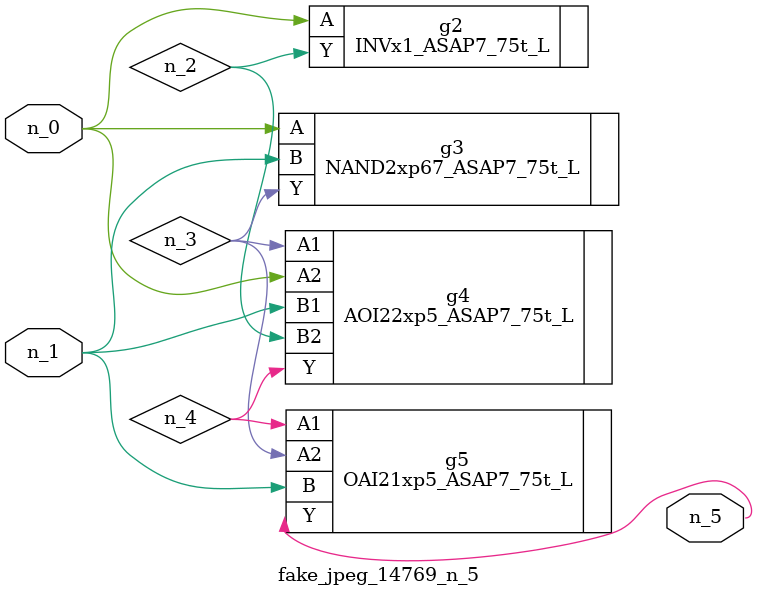
<source format=v>
module fake_jpeg_14769_n_5 (n_0, n_1, n_5);

input n_0;
input n_1;

output n_5;

wire n_2;
wire n_3;
wire n_4;

INVx1_ASAP7_75t_L g2 ( 
.A(n_0),
.Y(n_2)
);

NAND2xp67_ASAP7_75t_L g3 ( 
.A(n_0),
.B(n_1),
.Y(n_3)
);

AOI22xp5_ASAP7_75t_L g4 ( 
.A1(n_3),
.A2(n_0),
.B1(n_1),
.B2(n_2),
.Y(n_4)
);

OAI21xp5_ASAP7_75t_L g5 ( 
.A1(n_4),
.A2(n_3),
.B(n_1),
.Y(n_5)
);


endmodule
</source>
